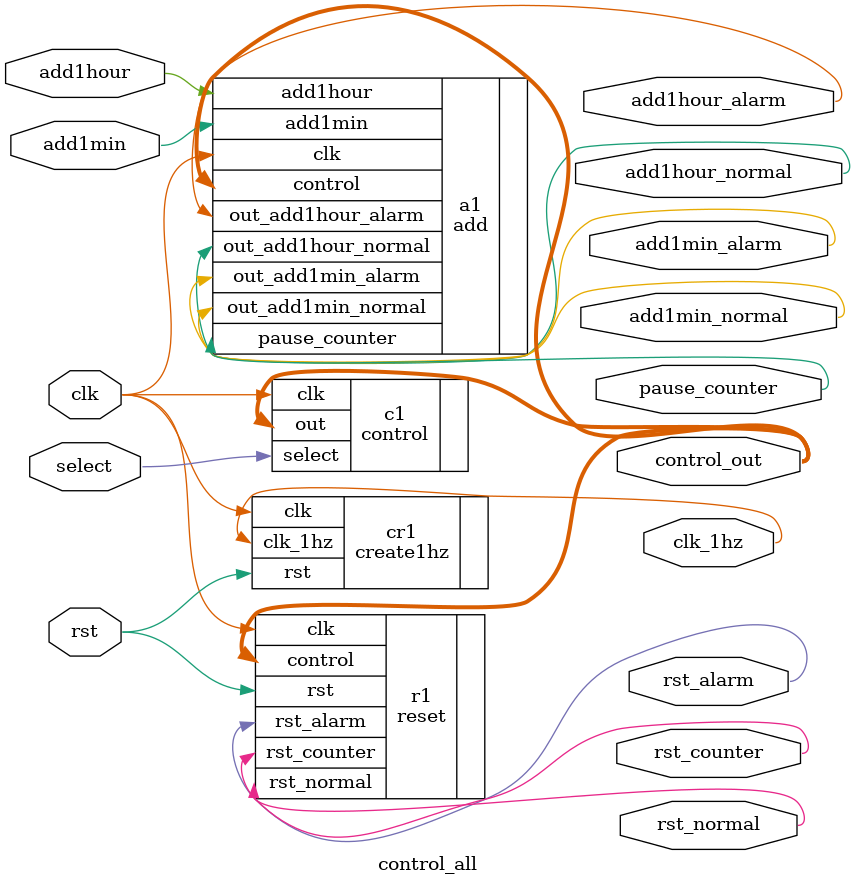
<source format=v>
`timescale 1ns / 1ps


module control_all(
clk,add1hour,add1min,rst,select,add1hour_normal,add1min_normal,add1hour_alarm,add1min_alarm,pause_counter,clk_1hz,rst_normal,rst_alarm,rst_counter,control_out
    );
input wire  clk,add1hour,add1min,rst,select;
output wire add1hour_normal,add1min_normal,add1hour_alarm,add1min_alarm,pause_counter,clk_1hz,rst_normal,rst_alarm,rst_counter;
control c1 (.clk(clk),.select(select),.out(control_out));
output wire [1:0]control_out;
add a1(.clk(clk),.add1hour(add1hour),.add1min(add1min),.control(control_out),
.out_add1hour_normal(add1hour_normal),.out_add1min_normal(add1min_normal),.out_add1hour_alarm(add1hour_alarm),.out_add1min_alarm(add1min_alarm),.pause_counter(pause_counter));
reset r1(.clk(clk), .rst(rst),.control(control_out),.rst_normal(rst_normal),.rst_alarm(rst_alarm),.rst_counter(rst_counter));
create1hz cr1(.clk(clk),.rst(rst),.clk_1hz(clk_1hz));
endmodule

</source>
